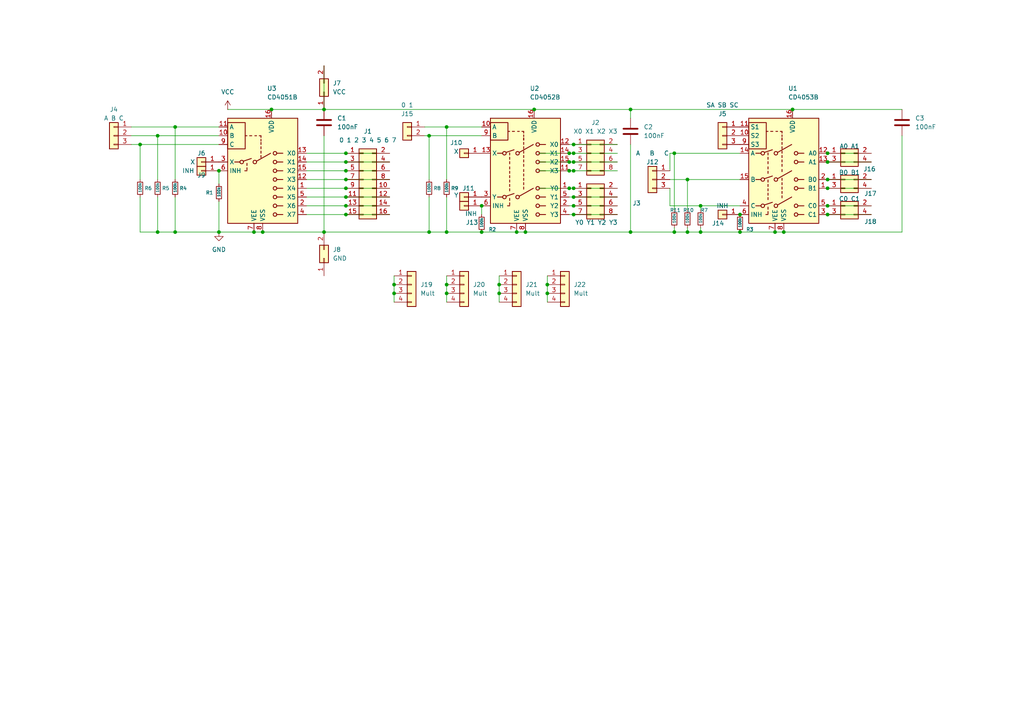
<source format=kicad_sch>
(kicad_sch (version 20250114) (generator "eeschema") (generator_version "9.0")
  (paper "A4")
  (lib_symbols
    (symbol "Analog_Switch:CD4051B"
      (property "Reference" "U" (at -10.16 16.51 0))
      (property "Value" "CD4051B" (at 3.81 16.51 0))
      (symbol "CD4051B_0_1"
        (rectangle (start -10.16 15.24) (end 10.16 -15.24) (stroke (width 0.254)) (fill (type background)))
        (rectangle (start -10.16 6.35) (end -5.08 13.97) (stroke (width 0.254)))
        (polyline (pts (xy -8.128 2.54) (xy -6.604 2.54)) (stroke (width 0.254)))
        (circle (center -6.096 2.54) (radius 0.508) (stroke (width 0.254)))
        (polyline (pts (xy -5.588 2.794) (xy -3.302 3.556)) (stroke (width 0.254)))
        (polyline (pts (xy -4.572 10.16) (xy -5.08 10.16)) (stroke (width 0.254)))
        (polyline (pts (xy -4.572 1.524) (xy -4.572 2.159)) (stroke (width 0.254)))
        (polyline (pts (xy -4.572 0.254) (xy -4.572 0.889)) (stroke (width 0.254)))
        (polyline (pts (xy -4.572 0) (xy -5.207 0)) (stroke (width 0.254)))
        (polyline (pts (xy -3.81 10.16) (xy -3.175 10.16)) (stroke (width 0.254)))
        (circle (center -2.286 2.54) (radius 0.508) (stroke (width 0.254)))
        (polyline (pts (xy -1.778 10.16) (xy -2.286 10.16)) (stroke (width 0.254)))
        (polyline (pts (xy -1.778 2.794) (xy 2.286 5.08)) (stroke (width 0.254)))
        (polyline (pts (xy -0.508 10.16) (xy -1.016 10.16)) (stroke (width 0.254)))
        (polyline (pts (xy -0.508 9.652) (xy -0.508 10.16)) (stroke (width 0.254)))
        (polyline (pts (xy -0.508 8.636) (xy -0.508 9.144)) (stroke (width 0.254)))
        (polyline (pts (xy -0.508 7.62) (xy -0.508 8.255)) (stroke (width 0.254)))
        (polyline (pts (xy -0.508 6.35) (xy -0.508 6.985)) (stroke (width 0.254)))
        (polyline (pts (xy -0.508 5.08) (xy -0.508 5.715)) (stroke (width 0.254)))
        (polyline (pts (xy -0.508 3.81) (xy -0.508 4.445)) (stroke (width 0.254)))
        (circle (center 3.556 5.08) (radius 0.508) (stroke (width 0.254)))
        (circle (center 3.556 2.54) (radius 0.508) (stroke (width 0.254)))
        (circle (center 3.556 0) (radius 0.508) (stroke (width 0.254)))
        (circle (center 3.556 -2.54) (radius 0.508) (stroke (width 0.254)))
        (circle (center 3.556 -5.08) (radius 0.508) (stroke (width 0.254)))
        (circle (center 3.556 -7.62) (radius 0.508) (stroke (width 0.254)))
        (circle (center 3.556 -10.16) (radius 0.508) (stroke (width 0.254)))
        (circle (center 3.556 -12.7) (radius 0.508) (stroke (width 0.254)))
        (polyline (pts (xy 4.064 5.08) (xy 5.842 5.08)) (stroke (width 0.254)))
        (polyline (pts (xy 4.064 2.54) (xy 5.842 2.54)) (stroke (width 0.254)))
        (polyline (pts (xy 4.064 0) (xy 5.842 0)) (stroke (width 0.254)))
        (polyline (pts (xy 4.064 -2.54) (xy 5.842 -2.54)) (stroke (width 0.254)))
        (polyline (pts (xy 4.064 -5.08) (xy 5.842 -5.08)) (stroke (width 0.254)))
        (polyline (pts (xy 4.064 -7.62) (xy 5.842 -7.62)) (stroke (width 0.254)))
        (polyline (pts (xy 4.064 -10.16) (xy 5.842 -10.16)) (stroke (width 0.254)))
        (polyline (pts (xy 4.064 -12.7) (xy 5.842 -12.7)) (stroke (width 0.254)))
      )
      (symbol "CD4051B_1_1"
        (pin input line (at -12.7 12.7 0) (length 2.54) (name "A") (number "11"))
        (pin input line (at -12.7 10.16 0) (length 2.54) (name "B") (number "10"))
        (pin input line (at -12.7 7.62 0) (length 2.54) (name "C") (number "9"))
        (pin bidirectional line (at -12.7 2.54 0) (length 2.54) (name "X") (number "3"))
        (pin input line (at -12.7 0 0) (length 2.54) (name "INH") (number "6"))
        (pin power_in line (at -2.54 -17.78 90) (length 2.54) (name "VEE") (number "7"))
        (pin power_in line (at 0 -17.78 90) (length 2.54) (name "VSS") (number "8"))
        (pin power_in line (at 2.54 17.78 270) (length 2.54) (name "VDD") (number "16"))
        (pin bidirectional line (at 12.7 5.08 180) (length 2.54) (name "X0") (number "13"))
        (pin bidirectional line (at 12.7 2.54 180) (length 2.54) (name "X1") (number "14"))
        (pin bidirectional line (at 12.7 0 180) (length 2.54) (name "X2") (number "15"))
        (pin bidirectional line (at 12.7 -2.54 180) (length 2.54) (name "X3") (number "12"))
        (pin bidirectional line (at 12.7 -5.08 180) (length 2.54) (name "X4") (number "1"))
        (pin bidirectional line (at 12.7 -7.62 180) (length 2.54) (name "X5") (number "5"))
        (pin bidirectional line (at 12.7 -10.16 180) (length 2.54) (name "X6") (number "2"))
        (pin bidirectional line (at 12.7 -12.7 180) (length 2.54) (name "X7") (number "4"))
      )
    )
    (symbol "Analog_Switch:CD4052B"
      (property "Reference" "U" (at -10.16 16.51 0))
      (property "Value" "CD4052B" (at 3.81 16.51 0))
      (symbol "CD4052B_0_1"
        (rectangle (start -10.16 15.24) (end 10.16 -15.24) (stroke (width 0.254)) (fill (type background)))
        (rectangle (start -10.16 8.89) (end -5.08 13.97) (stroke (width 0.254)))
        (polyline (pts (xy -8.128 5.08) (xy -6.604 5.08)) (stroke (width 0.254)))
        (polyline (pts (xy -8.128 -7.62) (xy -6.604 -7.62)) (stroke (width 0.254)))
        (circle (center -6.096 5.08) (radius 0.508) (stroke (width 0.254)))
        (circle (center -6.096 -7.62) (radius 0.508) (stroke (width 0.254)))
        (polyline (pts (xy -5.588 5.334) (xy -3.302 6.096)) (stroke (width 0.254)))
        (polyline (pts (xy -5.588 -7.366) (xy -3.302 -6.604)) (stroke (width 0.254)))
        (polyline (pts (xy -4.572 11.43) (xy -5.08 11.43)) (stroke (width 0.254)))
        (polyline (pts (xy -4.572 4.572) (xy -4.572 5.207)) (stroke (width 0.254)))
        (polyline (pts (xy -4.572 3.302) (xy -4.572 3.937)) (stroke (width 0.254)))
        (polyline (pts (xy -4.572 2.032) (xy -4.572 2.667)) (stroke (width 0.254)))
        (polyline (pts (xy -4.572 0.508) (xy -4.572 1.143)) (stroke (width 0.254)))
        (polyline (pts (xy -4.572 -0.762) (xy -4.572 -0.127)) (stroke (width 0.254)))
        (polyline (pts (xy -4.572 -2.032) (xy -4.572 -1.397)) (stroke (width 0.254)))
        (polyline (pts (xy -4.572 -3.302) (xy -4.572 -2.667)) (stroke (width 0.254)))
        (polyline (pts (xy -4.572 -4.572) (xy -4.572 -3.937)) (stroke (width 0.254)))
        (polyline (pts (xy -4.572 -5.842) (xy -4.572 -5.207)) (stroke (width 0.254)))
        (polyline (pts (xy -4.572 -8.636) (xy -4.572 -8.001)) (stroke (width 0.254)))
        (polyline (pts (xy -4.572 -9.906) (xy -4.572 -9.271)) (stroke (width 0.254)))
        (polyline (pts (xy -4.572 -10.16) (xy -5.207 -10.16)) (stroke (width 0.254)))
        (polyline (pts (xy -3.81 11.43) (xy -3.175 11.43)) (stroke (width 0.254)))
        (circle (center -2.286 5.08) (radius 0.508) (stroke (width 0.254)))
        (circle (center -2.286 -7.62) (radius 0.508) (stroke (width 0.254)))
        (polyline (pts (xy -1.778 11.43) (xy -2.286 11.43)) (stroke (width 0.254)))
        (polyline (pts (xy -1.778 5.334) (xy 2.286 7.62)) (stroke (width 0.254)))
        (polyline (pts (xy -1.778 -7.366) (xy 2.286 -5.08)) (stroke (width 0.254)))
        (polyline (pts (xy -0.508 11.43) (xy -1.016 11.43)) (stroke (width 0.254)))
        (polyline (pts (xy -0.508 10.922) (xy -0.508 11.43)) (stroke (width 0.254)))
        (polyline (pts (xy -0.508 9.906) (xy -0.508 10.414)) (stroke (width 0.254)))
        (polyline (pts (xy -0.508 8.89) (xy -0.508 9.525)) (stroke (width 0.254)))
        (polyline (pts (xy -0.508 8.89) (xy -0.508 9.398)) (stroke (width 0.254)))
        (polyline (pts (xy -0.508 7.62) (xy -0.508 8.255)) (stroke (width 0.254)))
        (polyline (pts (xy -0.508 6.35) (xy -0.508 6.985)) (stroke (width 0.254)))
        (polyline (pts (xy -0.508 5.08) (xy -0.508 5.715)) (stroke (width 0.254)))
        (polyline (pts (xy -0.508 3.81) (xy -0.508 4.445)) (stroke (width 0.254)))
        (polyline (pts (xy -0.508 2.54) (xy -0.508 3.175)) (stroke (width 0.254)))
        (polyline (pts (xy -0.508 1.27) (xy -0.508 1.905)) (stroke (width 0.254)))
        (polyline (pts (xy -0.508 -0.254) (xy -0.508 0.381)) (stroke (width 0.254)))
        (polyline (pts (xy -0.508 -1.524) (xy -0.508 -0.889)) (stroke (width 0.254)))
        (polyline (pts (xy -0.508 -2.794) (xy -0.508 -2.159)) (stroke (width 0.254)))
        (polyline (pts (xy -0.508 -4.064) (xy -0.508 -3.429)) (stroke (width 0.254)))
        (polyline (pts (xy -0.508 -5.334) (xy -0.508 -4.699)) (stroke (width 0.254)))
        (circle (center 3.556 7.62) (radius 0.508) (stroke (width 0.254)))
        (circle (center 3.556 5.08) (radius 0.508) (stroke (width 0.254)))
        (circle (center 3.556 2.54) (radius 0.508) (stroke (width 0.254)))
        (circle (center 3.556 0) (radius 0.508) (stroke (width 0.254)))
        (circle (center 3.556 -5.08) (radius 0.508) (stroke (width 0.254)))
        (circle (center 3.556 -7.62) (radius 0.508) (stroke (width 0.254)))
        (circle (center 3.556 -10.16) (radius 0.508) (stroke (width 0.254)))
        (circle (center 3.556 -12.7) (radius 0.508) (stroke (width 0.254)))
        (polyline (pts (xy 4.064 7.62) (xy 5.842 7.62)) (stroke (width 0.254)))
        (polyline (pts (xy 4.064 5.08) (xy 5.842 5.08)) (stroke (width 0.254)))
        (polyline (pts (xy 4.064 2.54) (xy 5.842 2.54)) (stroke (width 0.254)))
        (polyline (pts (xy 4.064 0) (xy 5.842 0)) (stroke (width 0.254)))
        (polyline (pts (xy 4.064 -5.08) (xy 5.842 -5.08)) (stroke (width 0.254)))
        (polyline (pts (xy 4.064 -7.62) (xy 5.842 -7.62)) (stroke (width 0.254)))
        (polyline (pts (xy 4.064 -10.16) (xy 5.842 -10.16)) (stroke (width 0.254)))
        (polyline (pts (xy 4.064 -12.7) (xy 5.842 -12.7)) (stroke (width 0.254)))
      )
      (symbol "CD4052B_1_1"
        (pin input line (at -12.7 12.7 0) (length 2.54) (name "A") (number "10"))
        (pin input line (at -12.7 10.16 0) (length 2.54) (name "B") (number "9"))
        (pin bidirectional line (at -12.7 5.08 0) (length 2.54) (name "X") (number "13"))
        (pin bidirectional line (at -12.7 -7.62 0) (length 2.54) (name "Y") (number "3"))
        (pin input line (at -12.7 -10.16 0) (length 2.54) (name "INH") (number "6"))
        (pin power_in line (at -2.54 -17.78 90) (length 2.54) (name "VEE") (number "7"))
        (pin power_in line (at 0 -17.78 90) (length 2.54) (name "VSS") (number "8"))
        (pin power_in line (at 2.54 17.78 270) (length 2.54) (name "VDD") (number "16"))
        (pin bidirectional line (at 12.7 7.62 180) (length 2.54) (name "X0") (number "12"))
        (pin bidirectional line (at 12.7 5.08 180) (length 2.54) (name "X1") (number "14"))
        (pin bidirectional line (at 12.7 2.54 180) (length 2.54) (name "X2") (number "15"))
        (pin bidirectional line (at 12.7 0 180) (length 2.54) (name "X3") (number "11"))
        (pin bidirectional line (at 12.7 -5.08 180) (length 2.54) (name "Y0") (number "1"))
        (pin bidirectional line (at 12.7 -7.62 180) (length 2.54) (name "Y1") (number "5"))
        (pin bidirectional line (at 12.7 -10.16 180) (length 2.54) (name "Y2") (number "2"))
        (pin bidirectional line (at 12.7 -12.7 180) (length 2.54) (name "Y3") (number "4"))
      )
    )
    (symbol "Analog_Switch:CD4053B"
      (property "Reference" "U" (at -10.16 16.51 0))
      (property "Value" "CD4053B" (at 3.81 16.51 0))
      (symbol "CD4053B_0_1"
        (rectangle (start -10.16 15.24) (end 10.16 -15.24) (stroke (width 0.254)) (fill (type background)))
        (rectangle (start -10.16 6.35) (end -5.08 13.97) (stroke (width 0.254)))
        (polyline (pts (xy -8.128 5.08) (xy -6.604 5.08)) (stroke (width 0.254)))
        (polyline (pts (xy -8.128 -2.54) (xy -6.604 -2.54)) (stroke (width 0.254)))
        (polyline (pts (xy -8.128 -10.16) (xy -6.604 -10.16)) (stroke (width 0.254)))
        (circle (center -6.096 5.08) (radius 0.508) (stroke (width 0.254)))
        (circle (center -6.096 -2.54) (radius 0.508) (stroke (width 0.254)))
        (circle (center -6.096 -10.16) (radius 0.508) (stroke (width 0.254)))
        (polyline (pts (xy -5.588 5.334) (xy -3.302 6.096)) (stroke (width 0.254)))
        (polyline (pts (xy -5.588 -2.286) (xy -3.302 -1.524)) (stroke (width 0.254)))
        (polyline (pts (xy -5.588 -9.906) (xy -3.302 -9.144)) (stroke (width 0.254)))
        (polyline (pts (xy -4.572 11.43) (xy -5.08 11.43)) (stroke (width 0.254)))
        (polyline (pts (xy -4.572 4.572) (xy -4.572 5.207)) (stroke (width 0.254)))
        (polyline (pts (xy -4.572 3.302) (xy -4.572 3.937)) (stroke (width 0.254)))
        (polyline (pts (xy -4.572 2.032) (xy -4.572 2.667)) (stroke (width 0.254)))
        (polyline (pts (xy -4.572 0.508) (xy -4.572 1.143)) (stroke (width 0.254)))
        (polyline (pts (xy -4.572 -0.762) (xy -4.572 -0.127)) (stroke (width 0.254)))
        (polyline (pts (xy -4.572 -3.302) (xy -4.572 -2.667)) (stroke (width 0.254)))
        (polyline (pts (xy -4.572 -4.572) (xy -4.572 -3.937)) (stroke (width 0.254)))
        (polyline (pts (xy -4.572 -5.842) (xy -4.572 -5.207)) (stroke (width 0.254)))
        (polyline (pts (xy -4.572 -7.112) (xy -4.572 -6.477)) (stroke (width 0.254)))
        (polyline (pts (xy -4.572 -8.382) (xy -4.572 -7.747)) (stroke (width 0.254)))
        (polyline (pts (xy -4.572 -11.176) (xy -4.572 -10.541)) (stroke (width 0.254)))
        (polyline (pts (xy -4.572 -12.446) (xy -4.572 -11.811)) (stroke (width 0.254)))
        (polyline (pts (xy -4.572 -12.7) (xy -5.207 -12.7)) (stroke (width 0.254)))
        (polyline (pts (xy -3.81 11.43) (xy -3.175 11.43)) (stroke (width 0.254)))
        (circle (center -2.286 5.08) (radius 0.508) (stroke (width 0.254)))
        (circle (center -2.286 -2.54) (radius 0.508) (stroke (width 0.254)))
        (circle (center -2.286 -10.16) (radius 0.508) (stroke (width 0.254)))
        (polyline (pts (xy -1.778 11.43) (xy -2.286 11.43)) (stroke (width 0.254)))
        (polyline (pts (xy -1.778 5.334) (xy 2.286 7.62)) (stroke (width 0.254)))
        (polyline (pts (xy -1.778 -2.286) (xy 2.286 0)) (stroke (width 0.254)))
        (polyline (pts (xy -1.778 -9.906) (xy 2.286 -7.62)) (stroke (width 0.254)))
        (polyline (pts (xy -0.508 11.43) (xy -1.016 11.43)) (stroke (width 0.254)))
        (polyline (pts (xy -0.508 10.922) (xy -0.508 11.43)) (stroke (width 0.254)))
        (polyline (pts (xy -0.508 9.906) (xy -0.508 10.414)) (stroke (width 0.254)))
        (polyline (pts (xy -0.508 8.89) (xy -0.508 9.525)) (stroke (width 0.254)))
        (polyline (pts (xy -0.508 8.89) (xy -0.508 9.398)) (stroke (width 0.254)))
        (polyline (pts (xy -0.508 7.62) (xy -0.508 8.255)) (stroke (width 0.254)))
        (polyline (pts (xy -0.508 6.35) (xy -0.508 6.985)) (stroke (width 0.254)))
        (polyline (pts (xy -0.508 5.08) (xy -0.508 5.715)) (stroke (width 0.254)))
        (polyline (pts (xy -0.508 3.81) (xy -0.508 4.445)) (stroke (width 0.254)))
        (polyline (pts (xy -0.508 2.54) (xy -0.508 3.175)) (stroke (width 0.254)))
        (polyline (pts (xy -0.508 1.27) (xy -0.508 1.905)) (stroke (width 0.254)))
        (polyline (pts (xy -0.508 -0.254) (xy -0.508 0.381)) (stroke (width 0.254)))
        (polyline (pts (xy -0.508 -2.794) (xy -0.508 -2.159)) (stroke (width 0.254)))
        (polyline (pts (xy -0.508 -4.064) (xy -0.508 -3.429)) (stroke (width 0.254)))
        (polyline (pts (xy -0.508 -5.334) (xy -0.508 -4.699)) (stroke (width 0.254)))
        (polyline (pts (xy -0.508 -6.604) (xy -0.508 -5.969)) (stroke (width 0.254)))
        (polyline (pts (xy -0.508 -7.874) (xy -0.508 -7.239)) (stroke (width 0.254)))
        (circle (center 3.556 5.08) (radius 0.508) (stroke (width 0.254)))
        (circle (center 3.556 2.54) (radius 0.508) (stroke (width 0.254)))
        (circle (center 3.556 -2.54) (radius 0.508) (stroke (width 0.254)))
        (circle (center 3.556 -5.08) (radius 0.508) (stroke (width 0.254)))
        (circle (center 3.556 -10.16) (radius 0.508) (stroke (width 0.254)))
        (circle (center 3.556 -12.7) (radius 0.508) (stroke (width 0.254)))
        (polyline (pts (xy 4.064 5.08) (xy 5.842 5.08)) (stroke (width 0.254)))
        (polyline (pts (xy 4.064 2.54) (xy 5.842 2.54)) (stroke (width 0.254)))
        (polyline (pts (xy 4.064 -2.54) (xy 5.842 -2.54)) (stroke (width 0.254)))
        (polyline (pts (xy 4.064 -5.08) (xy 5.842 -5.08)) (stroke (width 0.254)))
        (polyline (pts (xy 4.064 -10.16) (xy 5.842 -10.16)) (stroke (width 0.254)))
        (polyline (pts (xy 4.064 -12.7) (xy 5.842 -12.7)) (stroke (width 0.254)))
      )
      (symbol "CD4053B_1_1"
        (pin input line (at -12.7 12.7 0) (length 2.54) (name "S1") (number "11"))
        (pin input line (at -12.7 10.16 0) (length 2.54) (name "S2") (number "10"))
        (pin input line (at -12.7 7.62 0) (length 2.54) (name "S3") (number "9"))
        (pin bidirectional line (at -12.7 5.08 0) (length 2.54) (name "A") (number "14"))
        (pin bidirectional line (at -12.7 -2.54 0) (length 2.54) (name "B") (number "15"))
        (pin bidirectional line (at -12.7 -10.16 0) (length 2.54) (name "C") (number "4"))
        (pin input line (at -12.7 -12.7 0) (length 2.54) (name "INH") (number "6"))
        (pin power_in line (at -2.54 -17.78 90) (length 2.54) (name "VEE") (number "7"))
        (pin power_in line (at 0 -17.78 90) (length 2.54) (name "VSS") (number "8"))
        (pin power_in line (at 2.54 17.78 270) (length 2.54) (name "VDD") (number "16"))
        (pin bidirectional line (at 12.7 5.08 180) (length 2.54) (name "A0") (number "12"))
        (pin bidirectional line (at 12.7 2.54 180) (length 2.54) (name "A1") (number "13"))
        (pin bidirectional line (at 12.7 -2.54 180) (length 2.54) (name "B0") (number "2"))
        (pin bidirectional line (at 12.7 -5.08 180) (length 2.54) (name "B1") (number "1"))
        (pin bidirectional line (at 12.7 -10.16 180) (length 2.54) (name "C0") (number "5"))
        (pin bidirectional line (at 12.7 -12.7 180) (length 2.54) (name "C1") (number "3"))
      )
    )
    (symbol "Connector_Generic:Conn_01x01" (pin_names (offset 1.016) (hide yes))
      (property "Reference" "J" (at 0 2.54 0))
      (property "Value" "Conn_01x01" (at 0 -2.54 0))
      (symbol "Conn_01x01_1_1"
        (rectangle (start -1.27 1.27) (end 1.27 -1.27) (stroke (width 0.254)) (fill (type background)))
        (rectangle (start -1.27 0.127) (end 0 -0.127) (stroke (width 0.1524)))
        (pin passive line (at -5.08 0 0) (length 3.81) (name "Pin_1") (number "1"))
      )
    )
    (symbol "Connector_Generic:Conn_01x02" (pin_names (offset 1.016) (hide yes))
      (property "Reference" "J" (at 0 2.54 0))
      (property "Value" "Conn_01x02" (at 0 -5.08 0))
      (symbol "Conn_01x02_1_1"
        (rectangle (start -1.27 1.27) (end 1.27 -3.81) (stroke (width 0.254)) (fill (type background)))
        (rectangle (start -1.27 0.127) (end 0 -0.127) (stroke (width 0.1524)))
        (rectangle (start -1.27 -2.413) (end 0 -2.667) (stroke (width 0.1524)))
        (pin passive line (at -5.08 0 0) (length 3.81) (name "Pin_1") (number "1"))
        (pin passive line (at -5.08 -2.54 0) (length 3.81) (name "Pin_2") (number "2"))
      )
    )
    (symbol "Connector_Generic:Conn_01x03" (pin_names (offset 1.016) (hide yes))
      (property "Reference" "J" (at 0 5.08 0))
      (property "Value" "Conn_01x03" (at 0 -5.08 0))
      (symbol "Conn_01x03_1_1"
        (rectangle (start -1.27 3.81) (end 1.27 -3.81) (stroke (width 0.254)) (fill (type background)))
        (rectangle (start -1.27 2.667) (end 0 2.413) (stroke (width 0.1524)))
        (rectangle (start -1.27 0.127) (end 0 -0.127) (stroke (width 0.1524)))
        (rectangle (start -1.27 -2.413) (end 0 -2.667) (stroke (width 0.1524)))
        (pin passive line (at -5.08 2.54 0) (length 3.81) (name "Pin_1") (number "1"))
        (pin passive line (at -5.08 0 0) (length 3.81) (name "Pin_2") (number "2"))
        (pin passive line (at -5.08 -2.54 0) (length 3.81) (name "Pin_3") (number "3"))
      )
    )
    (symbol "Connector_Generic:Conn_01x04" (pin_names (offset 1.016) (hide yes))
      (property "Reference" "J" (at 0 5.08 0))
      (property "Value" "Conn_01x04" (at 0 -7.62 0))
      (symbol "Conn_01x04_1_1"
        (rectangle (start -1.27 3.81) (end 1.27 -6.35) (stroke (width 0.254)) (fill (type background)))
        (rectangle (start -1.27 2.667) (end 0 2.413) (stroke (width 0.1524)))
        (rectangle (start -1.27 0.127) (end 0 -0.127) (stroke (width 0.1524)))
        (rectangle (start -1.27 -2.413) (end 0 -2.667) (stroke (width 0.1524)))
        (rectangle (start -1.27 -4.953) (end 0 -5.207) (stroke (width 0.1524)))
        (pin passive line (at -5.08 2.54 0) (length 3.81) (name "Pin_1") (number "1"))
        (pin passive line (at -5.08 0 0) (length 3.81) (name "Pin_2") (number "2"))
        (pin passive line (at -5.08 -2.54 0) (length 3.81) (name "Pin_3") (number "3"))
        (pin passive line (at -5.08 -5.08 0) (length 3.81) (name "Pin_4") (number "4"))
      )
    )
    (symbol "Connector_Generic:Conn_02x01" (pin_names (offset 1.016) (hide yes))
      (property "Reference" "J" (at 1.27 2.54 0))
      (property "Value" "Conn_02x01" (at 1.27 -2.54 0))
      (symbol "Conn_02x01_1_1"
        (rectangle (start -1.27 1.27) (end 3.81 -1.27) (stroke (width 0.254)) (fill (type background)))
        (rectangle (start -1.27 0.127) (end 0 -0.127) (stroke (width 0.1524)))
        (rectangle (start 3.81 0.127) (end 2.54 -0.127) (stroke (width 0.1524)))
        (pin passive line (at -5.08 0 0) (length 3.81) (name "Pin_1") (number "1"))
        (pin passive line (at 7.62 0 180) (length 3.81) (name "Pin_2") (number "2"))
      )
    )
    (symbol "Connector_Generic:Conn_02x02_Odd_Even" (pin_names (offset 1.016) (hide yes))
      (property "Reference" "J" (at 1.27 2.54 0))
      (property "Value" "Conn_02x02_Odd_Even" (at 1.27 -5.08 0))
      (symbol "Conn_02x02_Odd_Even_1_1"
        (rectangle (start -1.27 1.27) (end 3.81 -3.81) (stroke (width 0.254)) (fill (type background)))
        (rectangle (start -1.27 0.127) (end 0 -0.127) (stroke (width 0.1524)))
        (rectangle (start -1.27 -2.413) (end 0 -2.667) (stroke (width 0.1524)))
        (rectangle (start 3.81 0.127) (end 2.54 -0.127) (stroke (width 0.1524)))
        (rectangle (start 3.81 -2.413) (end 2.54 -2.667) (stroke (width 0.1524)))
        (pin passive line (at -5.08 0 0) (length 3.81) (name "Pin_1") (number "1"))
        (pin passive line (at -5.08 -2.54 0) (length 3.81) (name "Pin_3") (number "3"))
        (pin passive line (at 7.62 0 180) (length 3.81) (name "Pin_2") (number "2"))
        (pin passive line (at 7.62 -2.54 180) (length 3.81) (name "Pin_4") (number "4"))
      )
    )
    (symbol "Connector_Generic:Conn_02x04_Odd_Even" (pin_names (offset 1.016) (hide yes))
      (property "Reference" "J" (at 1.27 5.08 0))
      (property "Value" "Conn_02x04_Odd_Even" (at 1.27 -7.62 0))
      (symbol "Conn_02x04_Odd_Even_1_1"
        (rectangle (start -1.27 3.81) (end 3.81 -6.35) (stroke (width 0.254)) (fill (type background)))
        (rectangle (start -1.27 2.667) (end 0 2.413) (stroke (width 0.1524)))
        (rectangle (start -1.27 0.127) (end 0 -0.127) (stroke (width 0.1524)))
        (rectangle (start -1.27 -2.413) (end 0 -2.667) (stroke (width 0.1524)))
        (rectangle (start -1.27 -4.953) (end 0 -5.207) (stroke (width 0.1524)))
        (rectangle (start 3.81 2.667) (end 2.54 2.413) (stroke (width 0.1524)))
        (rectangle (start 3.81 0.127) (end 2.54 -0.127) (stroke (width 0.1524)))
        (rectangle (start 3.81 -2.413) (end 2.54 -2.667) (stroke (width 0.1524)))
        (rectangle (start 3.81 -4.953) (end 2.54 -5.207) (stroke (width 0.1524)))
        (pin passive line (at -5.08 2.54 0) (length 3.81) (name "Pin_1") (number "1"))
        (pin passive line (at -5.08 0 0) (length 3.81) (name "Pin_3") (number "3"))
        (pin passive line (at -5.08 -2.54 0) (length 3.81) (name "Pin_5") (number "5"))
        (pin passive line (at -5.08 -5.08 0) (length 3.81) (name "Pin_7") (number "7"))
        (pin passive line (at 7.62 2.54 180) (length 3.81) (name "Pin_2") (number "2"))
        (pin passive line (at 7.62 0 180) (length 3.81) (name "Pin_4") (number "4"))
        (pin passive line (at 7.62 -2.54 180) (length 3.81) (name "Pin_6") (number "6"))
        (pin passive line (at 7.62 -5.08 180) (length 3.81) (name "Pin_8") (number "8"))
      )
    )
    (symbol "Connector_Generic:Conn_02x08_Odd_Even" (pin_names (offset 1.016) (hide yes))
      (property "Reference" "J" (at 1.27 10.16 0))
      (property "Value" "Conn_02x08_Odd_Even" (at 1.27 -12.7 0))
      (symbol "Conn_02x08_Odd_Even_1_1"
        (rectangle (start -1.27 8.89) (end 3.81 -11.43) (stroke (width 0.254)) (fill (type background)))
        (rectangle (start -1.27 7.747) (end 0 7.493) (stroke (width 0.1524)))
        (rectangle (start -1.27 5.207) (end 0 4.953) (stroke (width 0.1524)))
        (rectangle (start -1.27 2.667) (end 0 2.413) (stroke (width 0.1524)))
        (rectangle (start -1.27 0.127) (end 0 -0.127) (stroke (width 0.1524)))
        (rectangle (start -1.27 -2.413) (end 0 -2.667) (stroke (width 0.1524)))
        (rectangle (start -1.27 -4.953) (end 0 -5.207) (stroke (width 0.1524)))
        (rectangle (start -1.27 -7.493) (end 0 -7.747) (stroke (width 0.1524)))
        (rectangle (start -1.27 -10.033) (end 0 -10.287) (stroke (width 0.1524)))
        (rectangle (start 3.81 7.747) (end 2.54 7.493) (stroke (width 0.1524)))
        (rectangle (start 3.81 5.207) (end 2.54 4.953) (stroke (width 0.1524)))
        (rectangle (start 3.81 2.667) (end 2.54 2.413) (stroke (width 0.1524)))
        (rectangle (start 3.81 0.127) (end 2.54 -0.127) (stroke (width 0.1524)))
        (rectangle (start 3.81 -2.413) (end 2.54 -2.667) (stroke (width 0.1524)))
        (rectangle (start 3.81 -4.953) (end 2.54 -5.207) (stroke (width 0.1524)))
        (rectangle (start 3.81 -7.493) (end 2.54 -7.747) (stroke (width 0.1524)))
        (rectangle (start 3.81 -10.033) (end 2.54 -10.287) (stroke (width 0.1524)))
        (pin passive line (at -5.08 7.62 0) (length 3.81) (name "Pin_1") (number "1"))
        (pin passive line (at -5.08 5.08 0) (length 3.81) (name "Pin_3") (number "3"))
        (pin passive line (at -5.08 2.54 0) (length 3.81) (name "Pin_5") (number "5"))
        (pin passive line (at -5.08 0 0) (length 3.81) (name "Pin_7") (number "7"))
        (pin passive line (at -5.08 -2.54 0) (length 3.81) (name "Pin_9") (number "9"))
        (pin passive line (at -5.08 -5.08 0) (length 3.81) (name "Pin_11") (number "11"))
        (pin passive line (at -5.08 -7.62 0) (length 3.81) (name "Pin_13") (number "13"))
        (pin passive line (at -5.08 -10.16 0) (length 3.81) (name "Pin_15") (number "15"))
        (pin passive line (at 7.62 7.62 180) (length 3.81) (name "Pin_2") (number "2"))
        (pin passive line (at 7.62 5.08 180) (length 3.81) (name "Pin_4") (number "4"))
        (pin passive line (at 7.62 2.54 180) (length 3.81) (name "Pin_6") (number "6"))
        (pin passive line (at 7.62 0 180) (length 3.81) (name "Pin_8") (number "8"))
        (pin passive line (at 7.62 -2.54 180) (length 3.81) (name "Pin_10") (number "10"))
        (pin passive line (at 7.62 -5.08 180) (length 3.81) (name "Pin_12") (number "12"))
        (pin passive line (at 7.62 -7.62 180) (length 3.81) (name "Pin_14") (number "14"))
        (pin passive line (at 7.62 -10.16 180) (length 3.81) (name "Pin_16") (number "16"))
      )
    )
    (symbol "Device:C" (pin_numbers (hide yes)) (pin_names (offset 0.254))
      (property "Reference" "C" (at 0.635 2.54 0))
      (property "Value" "C" (at 0.635 -2.54 0))
      (symbol "C_0_1"
        (polyline (pts (xy -2.032 0.762) (xy 2.032 0.762)) (stroke (width 0.508)))
        (polyline (pts (xy -2.032 -0.762) (xy 2.032 -0.762)) (stroke (width 0.508)))
      )
      (symbol "C_1_1"
        (pin passive line (at 0 3.81 270) (length 2.794) (name "~") (number "1"))
        (pin passive line (at 0 -3.81 90) (length 2.794) (name "~") (number "2"))
      )
    )
    (symbol "Device:R_Small" (pin_numbers (hide yes)) (pin_names (offset 0.254) (hide yes))
      (property "Reference" "R" (at 0 0 90))
      (property "Value" "R_Small" (at 1.778 0 90))
      (symbol "R_Small_0_1"
        (rectangle (start -0.762 1.778) (end 0.762 -1.778) (stroke (width 0.2032)))
      )
      (symbol "R_Small_1_1"
        (pin passive line (at 0 2.54 270) (length 0.762) (name "~") (number "1"))
        (pin passive line (at 0 -2.54 90) (length 0.762) (name "~") (number "2"))
      )
    )
    (symbol "power:GND" (power) (pin_numbers (hide yes)) (pin_names (offset 0) (hide yes))
      (property "Value" "GND" (at 0 -3.81 0))
      (symbol "GND_0_1"
        (polyline (pts (xy 0 0) (xy 0 -1.27) (xy 1.27 -1.27) (xy 0 -2.54) (xy -1.27 -1.27) (xy 0 -1.27)))
      )
      (symbol "GND_1_1"
        (pin power_in line (at 0 0 270) (length 0) (name "~") (number "1"))
      )
    )
    (symbol "power:VCC" (power) (pin_numbers (hide yes)) (pin_names (offset 0) (hide yes))
      (property "Value" "VCC" (at 0 3.556 0))
      (symbol "VCC_0_1"
        (polyline (pts (xy -0.762 1.27) (xy 0 2.54)))
        (polyline (pts (xy 0 2.54) (xy 0.762 1.27)))
        (polyline (pts (xy 0 0) (xy 0 2.54)))
      )
      (symbol "VCC_1_1"
        (pin power_in line (at 0 0 90) (length 0) (name "~") (number "1"))
      )
    )
  )
  (junction (at 100.33 62.23))
  (junction (at 129.54 67.31))
  (junction (at 166.37 44.45))
  (junction (at 63.5 67.31))
  (junction (at 152.4 67.31))
  (junction (at 100.33 57.15))
  (junction (at 100.33 44.45))
  (junction (at 165.1 49.53))
  (junction (at 114.3 85.09))
  (junction (at 166.37 57.15))
  (junction (at 214.63 62.23))
  (junction (at 73.66 67.31))
  (junction (at 203.2 59.69))
  (junction (at 154.94 31.75))
  (junction (at 50.8 67.31))
  (junction (at 182.88 31.75))
  (junction (at 224.79 67.31))
  (junction (at 166.37 41.91))
  (junction (at 199.39 67.31))
  (junction (at 124.46 67.31))
  (junction (at 166.37 46.99))
  (junction (at 165.1 46.99))
  (junction (at 166.37 54.61))
  (junction (at 114.3 82.55))
  (junction (at 165.1 44.45))
  (junction (at 227.33 67.31))
  (junction (at 149.86 67.31))
  (junction (at 240.03 62.23))
  (junction (at 182.88 67.31))
  (junction (at 100.33 52.07))
  (junction (at 195.58 67.31))
  (junction (at 158.75 85.09))
  (junction (at 240.03 59.69))
  (junction (at 78.74 31.75))
  (junction (at 129.54 85.09))
  (junction (at 124.46 39.37))
  (junction (at 100.33 46.99))
  (junction (at 129.54 82.55))
  (junction (at 45.72 39.37))
  (junction (at 165.1 54.61))
  (junction (at 240.03 54.61))
  (junction (at 203.2 67.31))
  (junction (at 158.75 82.55))
  (junction (at 166.37 62.23))
  (junction (at 166.37 49.53))
  (junction (at 240.03 46.99))
  (junction (at 50.8 36.83))
  (junction (at 100.33 59.69))
  (junction (at 144.78 82.55))
  (junction (at 100.33 54.61))
  (junction (at 139.7 59.69))
  (junction (at 166.37 59.69))
  (junction (at 93.98 31.75))
  (junction (at 144.78 85.09))
  (junction (at 93.98 67.31))
  (junction (at 100.33 49.53))
  (junction (at 229.87 31.75))
  (junction (at 240.03 44.45))
  (junction (at 40.64 41.91))
  (junction (at 199.39 52.07))
  (junction (at 129.54 36.83))
  (junction (at 76.2 67.31))
  (junction (at 214.63 67.31))
  (junction (at 195.58 44.45))
  (junction (at 139.7 67.31))
  (junction (at 240.03 52.07))
  (junction (at 45.72 67.31))
  (junction (at 63.5 49.53))
  (wire (pts (xy 152.4 67.31) (xy 182.88 67.31)))
  (wire (pts (xy 154.94 31.75) (xy 182.88 31.75)))
  (wire (pts (xy 166.37 41.91) (xy 165.1 41.91)))
  (wire (pts (xy 129.54 80.01) (xy 129.54 82.55)))
  (wire (pts (xy 224.79 67.31) (xy 227.33 67.31)))
  (wire (pts (xy 139.7 59.69) (xy 139.7 62.23)))
  (wire (pts (xy 165.1 49.53) (xy 156.21 49.53)))
  (wire (pts (xy 144.78 82.55) (xy 144.78 85.09)))
  (wire (pts (xy 144.78 80.01) (xy 144.78 82.55)))
  (wire (pts (xy 203.2 66.04) (xy 203.2 67.31)))
  (wire (pts (xy 100.33 59.69) (xy 113.03 59.69)))
  (wire (pts (xy 63.5 58.42) (xy 63.5 67.31)))
  (wire (pts (xy 38.1 41.91) (xy 40.64 41.91)))
  (wire (pts (xy 63.5 67.31) (xy 73.66 67.31)))
  (wire (pts (xy 40.64 41.91) (xy 63.5 41.91)))
  (wire (pts (xy 194.31 52.07) (xy 199.39 52.07)))
  (wire (pts (xy 199.39 52.07) (xy 214.63 52.07)))
  (wire (pts (xy 240.03 46.99) (xy 252.73 46.99)))
  (wire (pts (xy 166.37 54.61) (xy 179.07 54.61)))
  (wire (pts (xy 66.04 31.75) (xy 78.74 31.75)))
  (wire (pts (xy 139.7 39.37) (xy 124.46 39.37)))
  (wire (pts (xy 88.9 59.69) (xy 100.33 59.69)))
  (wire (pts (xy 166.37 44.45) (xy 179.07 44.45)))
  (wire (pts (xy 40.64 57.15) (xy 40.64 67.31)))
  (wire (pts (xy 166.37 54.61) (xy 165.1 54.61)))
  (wire (pts (xy 194.31 54.61) (xy 194.31 59.69)))
  (wire (pts (xy 88.9 62.23) (xy 100.33 62.23)))
  (wire (pts (xy 166.37 44.45) (xy 165.1 44.45)))
  (wire (pts (xy 129.54 67.31) (xy 139.7 67.31)))
  (wire (pts (xy 261.62 39.37) (xy 261.62 67.31)))
  (wire (pts (xy 166.37 46.99) (xy 179.07 46.99)))
  (wire (pts (xy 114.3 80.01) (xy 114.3 82.55)))
  (wire (pts (xy 93.98 39.37) (xy 93.98 67.31)))
  (wire (pts (xy 182.88 31.75) (xy 229.87 31.75)))
  (wire (pts (xy 38.1 39.37) (xy 45.72 39.37)))
  (wire (pts (xy 73.66 67.31) (xy 76.2 67.31)))
  (wire (pts (xy 50.8 36.83) (xy 50.8 52.07)))
  (wire (pts (xy 203.2 59.69) (xy 214.63 59.69)))
  (wire (pts (xy 93.98 31.75) (xy 154.94 31.75)))
  (wire (pts (xy 166.37 59.69) (xy 165.1 59.69)))
  (wire (pts (xy 129.54 85.09) (xy 129.54 87.63)))
  (wire (pts (xy 93.98 67.31) (xy 124.46 67.31)))
  (wire (pts (xy 100.33 54.61) (xy 113.03 54.61)))
  (wire (pts (xy 100.33 46.99) (xy 113.03 46.99)))
  (wire (pts (xy 78.74 31.75) (xy 93.98 31.75)))
  (wire (pts (xy 229.87 31.75) (xy 261.62 31.75)))
  (wire (pts (xy 129.54 36.83) (xy 129.54 52.07)))
  (wire (pts (xy 165.1 46.99) (xy 156.21 46.99)))
  (wire (pts (xy 261.62 67.31) (xy 227.33 67.31)))
  (wire (pts (xy 100.33 49.53) (xy 113.03 49.53)))
  (wire (pts (xy 40.64 67.31) (xy 45.72 67.31)))
  (wire (pts (xy 114.3 85.09) (xy 114.3 87.63)))
  (wire (pts (xy 214.63 67.31) (xy 224.79 67.31)))
  (wire (pts (xy 195.58 44.45) (xy 214.63 44.45)))
  (wire (pts (xy 199.39 52.07) (xy 199.39 60.96)))
  (wire (pts (xy 144.78 85.09) (xy 144.78 87.63)))
  (wire (pts (xy 166.37 59.69) (xy 179.07 59.69)))
  (wire (pts (xy 40.64 41.91) (xy 40.64 52.07)))
  (wire (pts (xy 129.54 57.15) (xy 129.54 67.31)))
  (wire (pts (xy 50.8 36.83) (xy 63.5 36.83)))
  (wire (pts (xy 240.03 52.07) (xy 252.73 52.07)))
  (wire (pts (xy 100.33 52.07) (xy 113.03 52.07)))
  (wire (pts (xy 88.9 44.45) (xy 100.33 44.45)))
  (wire (pts (xy 63.5 53.34) (xy 63.5 49.53)))
  (wire (pts (xy 50.8 57.15) (xy 50.8 67.31)))
  (wire (pts (xy 240.03 62.23) (xy 252.73 62.23)))
  (wire (pts (xy 124.46 57.15) (xy 124.46 67.31)))
  (wire (pts (xy 203.2 59.69) (xy 203.2 60.96)))
  (wire (pts (xy 165.1 44.45) (xy 156.21 44.45)))
  (wire (pts (xy 158.75 85.09) (xy 158.75 87.63)))
  (wire (pts (xy 199.39 66.04) (xy 199.39 67.31)))
  (wire (pts (xy 194.31 59.69) (xy 203.2 59.69)))
  (wire (pts (xy 100.33 44.45) (xy 113.03 44.45)))
  (wire (pts (xy 50.8 67.31) (xy 63.5 67.31)))
  (wire (pts (xy 88.9 52.07) (xy 100.33 52.07)))
  (wire (pts (xy 93.98 19.05) (xy 93.98 31.75)))
  (wire (pts (xy 45.72 39.37) (xy 45.72 52.07)))
  (wire (pts (xy 88.9 49.53) (xy 100.33 49.53)))
  (wire (pts (xy 182.88 31.75) (xy 182.88 34.29)))
  (wire (pts (xy 129.54 36.83) (xy 123.19 36.83)))
  (wire (pts (xy 166.37 57.15) (xy 165.1 57.15)))
  (wire (pts (xy 45.72 67.31) (xy 50.8 67.31)))
  (wire (pts (xy 139.7 36.83) (xy 129.54 36.83)))
  (wire (pts (xy 194.31 49.53) (xy 194.31 44.45)))
  (wire (pts (xy 45.72 57.15) (xy 45.72 67.31)))
  (wire (pts (xy 124.46 67.31) (xy 129.54 67.31)))
  (wire (pts (xy 166.37 62.23) (xy 179.07 62.23)))
  (wire (pts (xy 158.75 82.55) (xy 158.75 85.09)))
  (wire (pts (xy 139.7 67.31) (xy 149.86 67.31)))
  (wire (pts (xy 100.33 57.15) (xy 113.03 57.15)))
  (wire (pts (xy 88.9 57.15) (xy 100.33 57.15)))
  (wire (pts (xy 194.31 44.45) (xy 195.58 44.45)))
  (wire (pts (xy 88.9 46.99) (xy 100.33 46.99)))
  (wire (pts (xy 195.58 66.04) (xy 195.58 67.31)))
  (wire (pts (xy 240.03 44.45) (xy 252.73 44.45)))
  (wire (pts (xy 166.37 41.91) (xy 179.07 41.91)))
  (wire (pts (xy 240.03 54.61) (xy 252.73 54.61)))
  (wire (pts (xy 124.46 39.37) (xy 124.46 52.07)))
  (wire (pts (xy 152.4 67.31) (xy 149.86 67.31)))
  (wire (pts (xy 165.1 49.53) (xy 166.37 49.53)))
  (wire (pts (xy 165.1 54.61) (xy 156.21 54.61)))
  (wire (pts (xy 166.37 49.53) (xy 179.07 49.53)))
  (wire (pts (xy 195.58 60.96) (xy 195.58 44.45)))
  (wire (pts (xy 123.19 39.37) (xy 124.46 39.37)))
  (wire (pts (xy 158.75 80.01) (xy 158.75 82.55)))
  (wire (pts (xy 195.58 67.31) (xy 199.39 67.31)))
  (wire (pts (xy 166.37 62.23) (xy 165.1 62.23)))
  (wire (pts (xy 100.33 62.23) (xy 113.03 62.23)))
  (wire (pts (xy 182.88 67.31) (xy 195.58 67.31)))
  (wire (pts (xy 165.1 46.99) (xy 166.37 46.99)))
  (wire (pts (xy 129.54 82.55) (xy 129.54 85.09)))
  (wire (pts (xy 38.1 36.83) (xy 50.8 36.83)))
  (wire (pts (xy 203.2 67.31) (xy 214.63 67.31)))
  (wire (pts (xy 182.88 41.91) (xy 182.88 67.31)))
  (wire (pts (xy 114.3 82.55) (xy 114.3 85.09)))
  (wire (pts (xy 76.2 67.31) (xy 93.98 67.31)))
  (wire (pts (xy 166.37 57.15) (xy 179.07 57.15)))
  (wire (pts (xy 240.03 59.69) (xy 252.73 59.69)))
  (wire (pts (xy 88.9 54.61) (xy 100.33 54.61)))
  (wire (pts (xy 45.72 39.37) (xy 63.5 39.37)))
  (wire (pts (xy 199.39 67.31) (xy 203.2 67.31)))
  (symbol (lib_id "Connector_Generic:Conn_01x04") (at 134.62 82.55 0) (unit 1)
    (property "Reference" "J20" (at 137.16 82.5499 0) (effects (justify left)))
    (property "Value" "Mult" (at 137.16 85.0899 0) (effects (justify left)))
    (property "Footprint" "Connector_PinHeader_2.54mm:PinHeader_1x04_P2.54mm_Vertical" (effects (hide yes)))
    (property "Description" "Generic connector, single row, 01x04, script generated (kicad-library-utils/schlib/autogen/connector/)" (effects (hide yes)))
  )
  (symbol (lib_id "Connector_Generic:Conn_02x04_Odd_Even") (at 171.45 57.15 0) (unit 1)
    (property "Reference" "J3" (at 184.658 58.928 0))
    (property "Value" "Y0 Y1 Y2 Y3" (at 172.974 64.516 0))
    (property "Footprint" "Connector_PinHeader_2.54mm:PinHeader_2x04_P2.54mm_Vertical" (effects (hide yes)))
    (property "Description" "Generic connector, double row, 02x04, odd/even pin numbering scheme (row 1 odd numbers, row 2 even numbers), script generated (kicad-library-utils/schlib/autogen/connector/)" (effects (hide yes)))
  )
  (symbol (lib_id "Device:R_Small") (at 129.54 54.61 0) (unit 1)
    (property "Reference" "R9" (at 130.81 54.61 0) (effects (font (size 1.016 1.016)) (justify left)))
    (property "Value" "100k" (at 129.54 55.88 90) (effects (font (size 0.762 0.762)) (justify left)))
    (property "Footprint" "Resistor_THT:R_Axial_DIN0207_L6.3mm_D2.5mm_P10.16mm_Horizontal" (effects (hide yes)))
    (property "Description" "Resistor, small symbol" (effects (hide yes)))
  )
  (symbol (lib_id "Connector_Generic:Conn_01x02") (at 118.11 36.83 0) (mirror y) (unit 1)
    (property "Reference" "J15" (at 118.11 33.02 0))
    (property "Value" "0 1" (at 118.11 30.48 0))
    (property "Footprint" "Connector_PinHeader_2.54mm:PinHeader_1x02_P2.54mm_Vertical" (effects (hide yes)))
    (property "Description" "Generic connector, single row, 01x02, script generated (kicad-library-utils/schlib/autogen/connector/)" (effects (hide yes)))
  )
  (symbol (lib_id "Connector_Generic:Conn_01x01") (at 58.42 49.53 180) (unit 1)
    (property "Reference" "J9" (at 58.42 50.8 0))
    (property "Value" "INH" (at 54.61 49.53 0))
    (property "Footprint" "Connector_PinSocket_2.54mm:PinSocket_1x01_P2.54mm_Vertical" (effects (hide yes)))
    (property "Description" "Generic connector, single row, 01x01, script generated (kicad-library-utils/schlib/autogen/connector/)" (effects (hide yes)))
  )
  (symbol (lib_id "Device:R_Small") (at 203.2 63.5 0) (unit 1)
    (property "Reference" "R7" (at 203.2 60.96 0) (effects (font (size 1.016 1.016)) (justify left)))
    (property "Value" "100k" (at 203.2 64.77 90) (effects (font (size 0.762 0.762)) (justify left)))
    (property "Footprint" "Resistor_THT:R_Axial_DIN0207_L6.3mm_D2.5mm_P10.16mm_Horizontal" (effects (hide yes)))
    (property "Description" "Resistor, small symbol" (effects (hide yes)))
  )
  (symbol (lib_id "Connector_Generic:Conn_01x04") (at 119.38 82.55 0) (unit 1)
    (property "Reference" "J19" (at 121.92 82.5499 0) (effects (justify left)))
    (property "Value" "Mult" (at 121.92 85.0899 0) (effects (justify left)))
    (property "Footprint" "Connector_PinHeader_2.54mm:PinHeader_1x04_P2.54mm_Vertical" (effects (hide yes)))
    (property "Description" "Generic connector, single row, 01x04, script generated (kicad-library-utils/schlib/autogen/connector/)" (effects (hide yes)))
  )
  (symbol (lib_id "Connector_Generic:Conn_01x01") (at 134.62 59.69 180) (unit 1)
    (property "Reference" "J13" (at 136.906 64.516 0))
    (property "Value" "INH" (at 136.652 61.976 0))
    (property "Footprint" "Connector_PinSocket_2.54mm:PinSocket_1x01_P2.54mm_Vertical" (effects (hide yes)))
    (property "Description" "Generic connector, single row, 01x01, script generated (kicad-library-utils/schlib/autogen/connector/)" (effects (hide yes)))
  )
  (symbol (lib_id "Analog_Switch:CD4052B") (at 152.4 49.53 0) (unit 1)
    (property "Reference" "U2" (at 153.67 25.654 0) (effects (justify left)))
    (property "Value" "CD4052B" (at 153.67 28.194 0) (effects (justify left)))
    (property "Footprint" "Package_DIP:DIP-16_W7.62mm" (effects (hide yes)))
    (property "Datasheet" "http://www.ti.com/lit/ds/symlink/cd4052b.pdf" (effects (hide yes)))
    (property "Description" "CMOS double 4-channel analog multiplexer/demultiplexer, TSSOP-16/DIP-16/SOIC-16" (effects (hide yes)))
  )
  (symbol (lib_id "Connector_Generic:Conn_01x04") (at 163.83 82.55 0) (unit 1)
    (property "Reference" "J22" (at 166.37 82.5499 0) (effects (justify left)))
    (property "Value" "Mult" (at 166.37 85.0899 0) (effects (justify left)))
    (property "Footprint" "Connector_PinHeader_2.54mm:PinHeader_1x04_P2.54mm_Vertical" (effects (hide yes)))
    (property "Description" "Generic connector, single row, 01x04, script generated (kicad-library-utils/schlib/autogen/connector/)" (effects (hide yes)))
  )
  (symbol (lib_id "Device:R_Small") (at 195.58 63.5 0) (unit 1)
    (property "Reference" "R11" (at 194.31 60.96 0) (effects (font (size 1.016 1.016)) (justify left)))
    (property "Value" "100k" (at 195.58 64.77 90) (effects (font (size 0.762 0.762)) (justify left)))
    (property "Footprint" "Resistor_THT:R_Axial_DIN0207_L6.3mm_D2.5mm_P10.16mm_Horizontal" (effects (hide yes)))
    (property "Description" "Resistor, small symbol" (effects (hide yes)))
  )
  (symbol (lib_id "Device:C") (at 93.98 35.56 0) (unit 1)
    (property "Reference" "C1" (at 97.79 34.2899 0) (effects (justify left)))
    (property "Value" "100nF" (at 97.79 36.8299 0) (effects (justify left)))
    (property "Footprint" "Capacitor_THT:C_Disc_D3.0mm_W1.6mm_P2.50mm" (effects (hide yes)))
    (property "Description" "Unpolarized capacitor" (effects (hide yes)))
  )
  (symbol (lib_id "power:GND") (at 63.5 67.31 0) (unit 1)
    (property "Reference" "#PWR01" (effects (hide yes)))
    (property "Value" "GND" (at 63.5 72.39 0))
    (property "Description" "Power symbol creates a global label with name \"GND\" , ground" (effects (hide yes)))
  )
  (symbol (lib_id "Device:C") (at 261.62 35.56 0) (unit 1)
    (property "Reference" "C3" (at 265.43 34.2899 0) (effects (justify left)))
    (property "Value" "100nF" (at 265.43 36.8299 0) (effects (justify left)))
    (property "Footprint" "Capacitor_THT:C_Disc_D3.0mm_W1.6mm_P2.50mm" (effects (hide yes)))
    (property "Description" "Unpolarized capacitor" (effects (hide yes)))
  )
  (symbol (lib_id "Connector_Generic:Conn_01x01") (at 134.62 44.45 180) (unit 1)
    (property "Reference" "J10" (at 132.334 41.402 0))
    (property "Value" "X" (at 132.334 43.942 0))
    (property "Footprint" "Connector_PinSocket_2.54mm:PinSocket_1x01_P2.54mm_Vertical" (effects (hide yes)))
    (property "Description" "Generic connector, single row, 01x01, script generated (kicad-library-utils/schlib/autogen/connector/)" (effects (hide yes)))
  )
  (symbol (lib_id "Device:R_Small") (at 199.39 63.5 0) (unit 1)
    (property "Reference" "R10" (at 198.12 60.96 0) (effects (font (size 1.016 1.016)) (justify left)))
    (property "Value" "100k" (at 199.39 64.77 90) (effects (font (size 0.762 0.762)) (justify left)))
    (property "Footprint" "Resistor_THT:R_Axial_DIN0207_L6.3mm_D2.5mm_P10.16mm_Horizontal" (effects (hide yes)))
    (property "Description" "Resistor, small symbol" (effects (hide yes)))
  )
  (symbol (lib_id "Device:R_Small") (at 214.63 64.77 0) (unit 1)
    (property "Reference" "R3" (at 216.408 66.548 0) (effects (font (size 1.016 1.016)) (justify left)))
    (property "Value" "100k" (at 214.63 66.04 90) (effects (font (size 0.762 0.762)) (justify left)))
    (property "Footprint" "Resistor_THT:R_Axial_DIN0207_L6.3mm_D2.5mm_P10.16mm_Horizontal" (effects (hide yes)))
    (property "Description" "Resistor, small symbol" (effects (hide yes)))
  )
  (symbol (lib_id "Connector_Generic:Conn_01x01") (at 58.42 46.99 180) (unit 1)
    (property "Reference" "J6" (at 58.42 44.45 0))
    (property "Value" "X" (at 55.88 46.99 0))
    (property "Footprint" "Connector_PinSocket_2.54mm:PinSocket_1x01_P2.54mm_Vertical" (effects (hide yes)))
    (property "Description" "Generic connector, single row, 01x01, script generated (kicad-library-utils/schlib/autogen/connector/)" (effects (hide yes)))
  )
  (symbol (lib_id "Device:R_Small") (at 139.7 64.77 0) (unit 1)
    (property "Reference" "R2" (at 141.732 66.548 0) (effects (font (size 1.016 1.016)) (justify left)))
    (property "Value" "100k" (at 139.7 66.04 90) (effects (font (size 0.762 0.762)) (justify left)))
    (property "Footprint" "Resistor_THT:R_Axial_DIN0207_L6.3mm_D2.5mm_P10.16mm_Horizontal" (effects (hide yes)))
    (property "Description" "Resistor, small symbol" (effects (hide yes)))
  )
  (symbol (lib_id "Connector_Generic:Conn_01x01") (at 209.55 62.23 180) (unit 1)
    (property "Reference" "J14" (at 208.28 64.77 0))
    (property "Value" "INH" (at 209.55 59.69 0))
    (property "Footprint" "Connector_PinSocket_2.54mm:PinSocket_1x01_P2.54mm_Vertical" (effects (hide yes)))
    (property "Description" "Generic connector, single row, 01x01, script generated (kicad-library-utils/schlib/autogen/connector/)" (effects (hide yes)))
  )
  (symbol (lib_id "Analog_Switch:CD4051B") (at 76.2 49.53 0) (unit 1)
    (property "Reference" "U3" (at 77.47 25.654 0) (effects (justify left)))
    (property "Value" "CD4051B" (at 77.47 28.194 0) (effects (justify left)))
    (property "Footprint" "Package_DIP:DIP-16_W7.62mm" (effects (hide yes)))
    (property "Datasheet" "http://www.ti.com/lit/ds/symlink/cd4052b.pdf" (effects (hide yes)))
    (property "Description" "CMOS single 8-channel analog multiplexer demultiplexer, TSSOP-16/DIP-16/SOIC-16" (effects (hide yes)))
  )
  (symbol (lib_id "Device:R_Small") (at 40.64 54.61 0) (unit 1)
    (property "Reference" "R6" (at 41.91 54.61 0) (effects (font (size 1.016 1.016)) (justify left)))
    (property "Value" "100k" (at 40.64 55.88 90) (effects (font (size 0.762 0.762)) (justify left)))
    (property "Footprint" "Resistor_THT:R_Axial_DIN0207_L6.3mm_D2.5mm_P10.16mm_Horizontal" (effects (hide yes)))
    (property "Description" "Resistor, small symbol" (effects (hide yes)))
  )
  (symbol (lib_id "Connector_Generic:Conn_02x04_Odd_Even") (at 171.45 44.45 0) (unit 1)
    (property "Reference" "J2" (at 172.72 35.56 0))
    (property "Value" "X0 X1 X2 X3" (at 172.72 38.1 0))
    (property "Footprint" "Connector_PinHeader_2.54mm:PinHeader_2x04_P2.54mm_Vertical" (effects (hide yes)))
    (property "Description" "Generic connector, double row, 02x04, odd/even pin numbering scheme (row 1 odd numbers, row 2 even numbers), script generated (kicad-library-utils/schlib/autogen/connector/)" (effects (hide yes)))
  )
  (symbol (lib_id "Connector_Generic:Conn_01x04") (at 149.86 82.55 0) (unit 1)
    (property "Reference" "J21" (at 152.4 82.5499 0) (effects (justify left)))
    (property "Value" "Mult" (at 152.4 85.0899 0) (effects (justify left)))
    (property "Footprint" "Connector_PinHeader_2.54mm:PinHeader_1x04_P2.54mm_Vertical" (effects (hide yes)))
    (property "Description" "Generic connector, single row, 01x04, script generated (kicad-library-utils/schlib/autogen/connector/)" (effects (hide yes)))
  )
  (symbol (lib_id "Connector_Generic:Conn_01x03") (at 33.02 39.37 0) (mirror y) (unit 1)
    (property "Reference" "J4" (at 33.02 31.75 0))
    (property "Value" "A B C" (at 33.02 34.29 0))
    (property "Footprint" "Connector_PinHeader_2.54mm:PinHeader_1x03_P2.54mm_Vertical" (effects (hide yes)))
    (property "Description" "Generic connector, single row, 01x03, script generated (kicad-library-utils/schlib/autogen/connector/)" (effects (hide yes)))
  )
  (symbol (lib_id "Device:C") (at 182.88 38.1 0) (unit 1)
    (property "Reference" "C2" (at 186.69 36.8299 0) (effects (justify left)))
    (property "Value" "100nF" (at 186.69 39.3699 0) (effects (justify left)))
    (property "Footprint" "Capacitor_THT:C_Disc_D3.0mm_W1.6mm_P2.50mm" (effects (hide yes)))
    (property "Description" "Unpolarized capacitor" (effects (hide yes)))
  )
  (symbol (lib_id "Connector_Generic:Conn_02x02_Odd_Even") (at 245.11 59.69 0) (unit 1)
    (property "Reference" "J18" (at 252.476 64.262 0))
    (property "Value" "C0 C1" (at 246.38 57.658 0))
    (property "Footprint" "Connector_PinHeader_2.54mm:PinHeader_2x02_P2.54mm_Vertical" (effects (hide yes)))
    (property "Description" "Generic connector, double row, 02x02, odd/even pin numbering scheme (row 1 odd numbers, row 2 even numbers), script generated (kicad-library-utils/schlib/autogen/connector/)" (effects (hide yes)))
  )
  (symbol (lib_id "power:VCC") (at 66.04 31.75 0) (unit 1)
    (property "Reference" "#PWR02" (effects (hide yes)))
    (property "Value" "VCC" (at 66.04 26.67 0))
    (property "Description" "Power symbol creates a global label with name \"VCC\"" (effects (hide yes)))
  )
  (symbol (lib_id "Device:R_Small") (at 124.46 54.61 0) (unit 1)
    (property "Reference" "R8" (at 125.73 54.61 0) (effects (font (size 1.016 1.016)) (justify left)))
    (property "Value" "100k" (at 124.46 55.88 90) (effects (font (size 0.762 0.762)) (justify left)))
    (property "Footprint" "Resistor_THT:R_Axial_DIN0207_L6.3mm_D2.5mm_P10.16mm_Horizontal" (effects (hide yes)))
    (property "Description" "Resistor, small symbol" (effects (hide yes)))
  )
  (symbol (lib_id "Device:R_Small") (at 45.72 54.61 0) (unit 1)
    (property "Reference" "R5" (at 46.99 54.61 0) (effects (font (size 1.016 1.016)) (justify left)))
    (property "Value" "100k" (at 45.72 55.88 90) (effects (font (size 0.762 0.762)) (justify left)))
    (property "Footprint" "Resistor_THT:R_Axial_DIN0207_L6.3mm_D2.5mm_P10.16mm_Horizontal" (effects (hide yes)))
    (property "Description" "Resistor, small symbol" (effects (hide yes)))
  )
  (symbol (lib_id "Connector_Generic:Conn_02x08_Odd_Even") (at 105.41 52.07 0) (unit 1)
    (property "Reference" "J1" (at 106.68 38.1 0))
    (property "Value" "0 1 2 3 4 5 6 7" (at 106.68 40.64 0))
    (property "Footprint" "Connector_PinHeader_2.54mm:PinHeader_2x08_P2.54mm_Vertical" (effects (hide yes)))
    (property "Description" "Generic connector, double row, 02x08, odd/even pin numbering scheme (row 1 odd numbers, row 2 even numbers), script generated (kicad-library-utils/schlib/autogen/connector/)" (effects (hide yes)))
  )
  (symbol (lib_id "Connector_Generic:Conn_01x01") (at 134.62 57.15 180) (unit 1)
    (property "Reference" "J11" (at 135.89 54.61 0))
    (property "Value" "Y" (at 132.334 56.642 0))
    (property "Footprint" "Connector_PinSocket_2.54mm:PinSocket_1x01_P2.54mm_Vertical" (effects (hide yes)))
    (property "Description" "Generic connector, single row, 01x01, script generated (kicad-library-utils/schlib/autogen/connector/)" (effects (hide yes)))
  )
  (symbol (lib_id "Connector_Generic:Conn_01x03") (at 209.55 39.37 0) (mirror y) (unit 1)
    (property "Reference" "J5" (at 209.55 33.02 0))
    (property "Value" "SA SB SC" (at 209.55 30.48 0))
    (property "Footprint" "Connector_PinHeader_2.54mm:PinHeader_1x03_P2.54mm_Vertical" (effects (hide yes)))
    (property "Description" "Generic connector, single row, 01x03, script generated (kicad-library-utils/schlib/autogen/connector/)" (effects (hide yes)))
  )
  (symbol (lib_id "Connector_Generic:Conn_01x03") (at 189.23 52.07 0) (mirror y) (unit 1)
    (property "Reference" "J12" (at 189.23 46.99 0))
    (property "Value" "A   B   C" (at 189.23 44.45 0))
    (property "Footprint" "Connector_PinHeader_2.54mm:PinHeader_1x03_P2.54mm_Vertical" (effects (hide yes)))
    (property "Description" "Generic connector, single row, 01x03, script generated (kicad-library-utils/schlib/autogen/connector/)" (effects (hide yes)))
  )
  (symbol (lib_id "Connector_Generic:Conn_02x02_Odd_Even") (at 245.11 52.07 0) (unit 1)
    (property "Reference" "J17" (at 252.476 56.134 0))
    (property "Value" "B0 B1" (at 246.38 50.038 0))
    (property "Footprint" "Connector_PinHeader_2.54mm:PinHeader_2x02_P2.54mm_Vertical" (effects (hide yes)))
    (property "Description" "Generic connector, double row, 02x02, odd/even pin numbering scheme (row 1 odd numbers, row 2 even numbers), script generated (kicad-library-utils/schlib/autogen/connector/)" (effects (hide yes)))
  )
  (symbol (lib_id "Analog_Switch:CD4053B") (at 227.33 49.53 0) (unit 1)
    (property "Reference" "U1" (at 228.6 25.654 0) (effects (justify left)))
    (property "Value" "CD4053B" (at 228.6 28.194 0) (effects (justify left)))
    (property "Footprint" "Package_DIP:DIP-16_W7.62mm" (effects (hide yes)))
    (property "Datasheet" "http://www.ti.com/lit/ds/symlink/cd4052b.pdf" (effects (hide yes)))
    (property "Description" "CMOS triple 2-channel analog multiplexer/demultiplexer, TSSOP-16/DIP-16/SOIC-16" (effects (hide yes)))
  )
  (symbol (lib_id "Device:R_Small") (at 63.5 55.88 0) (unit 1)
    (property "Reference" "R1" (at 59.69 55.88 0) (effects (font (size 1.016 1.016)) (justify left)))
    (property "Value" "100k" (at 63.5 57.15 90) (effects (font (size 0.762 0.762)) (justify left)))
    (property "Footprint" "Resistor_THT:R_Axial_DIN0207_L6.3mm_D2.5mm_P10.16mm_Horizontal" (effects (hide yes)))
    (property "Description" "Resistor, small symbol" (effects (hide yes)))
  )
  (symbol (lib_id "Connector_Generic:Conn_02x01") (at 93.98 74.93 90) (unit 1)
    (property "Reference" "J8" (at 96.52 72.3899 90) (effects (justify right)))
    (property "Value" "GND" (at 96.52 74.9299 90) (effects (justify right)))
    (property "Footprint" "Connector_PinHeader_2.54mm:PinHeader_2x01_P2.54mm_Vertical" (effects (hide yes)))
    (property "Description" "Generic connector, double row, 02x01, this symbol is compatible with counter-clockwise, top-bottom and odd-even numbering schemes., script generated (kicad-library-utils/schlib/autogen/connector/)" (effects (hide yes)))
  )
  (symbol (lib_id "Connector_Generic:Conn_02x02_Odd_Even") (at 245.11 44.45 0) (unit 1)
    (property "Reference" "J16" (at 252.222 49.022 0))
    (property "Value" "A0 A1" (at 246.38 42.418 0))
    (property "Footprint" "Connector_PinHeader_2.54mm:PinHeader_2x02_P2.54mm_Vertical" (effects (hide yes)))
    (property "Description" "Generic connector, double row, 02x02, odd/even pin numbering scheme (row 1 odd numbers, row 2 even numbers), script generated (kicad-library-utils/schlib/autogen/connector/)" (effects (hide yes)))
  )
  (symbol (lib_id "Device:R_Small") (at 50.8 54.61 0) (unit 1)
    (property "Reference" "R4" (at 52.07 54.61 0) (effects (font (size 1.016 1.016)) (justify left)))
    (property "Value" "100k" (at 50.8 55.88 90) (effects (font (size 0.762 0.762)) (justify left)))
    (property "Footprint" "Resistor_THT:R_Axial_DIN0207_L6.3mm_D2.5mm_P10.16mm_Horizontal" (effects (hide yes)))
    (property "Description" "Resistor, small symbol" (effects (hide yes)))
  )
  (symbol (lib_id "Connector_Generic:Conn_02x01") (at 93.98 26.67 90) (unit 1)
    (property "Reference" "J7" (at 96.52 24.1299 90) (effects (justify right)))
    (property "Value" "VCC" (at 96.52 26.6699 90) (effects (justify right)))
    (property "Footprint" "Connector_PinHeader_2.54mm:PinHeader_2x01_P2.54mm_Vertical" (effects (hide yes)))
    (property "Description" "Generic connector, double row, 02x01, this symbol is compatible with counter-clockwise, top-bottom and odd-even numbering schemes., script generated (kicad-library-utils/schlib/autogen/connector/)" (effects (hide yes)))
  )
)
</source>
